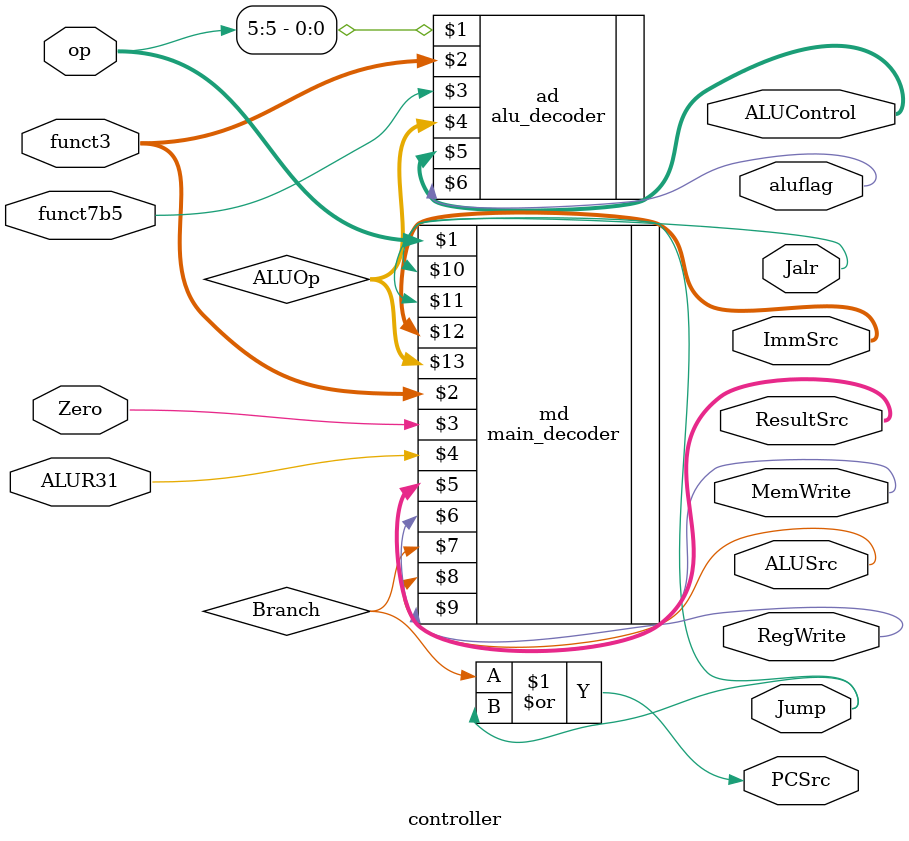
<source format=v>


module controller (
    input [6:0]  op,
    input [2:0]  funct3,
    input        funct7b5,
    input        Zero, ALUR31,
    output       [1:0] ResultSrc,
    output       MemWrite,
    output       PCSrc, ALUSrc,
    output       RegWrite, Jump, Jalr,
    output [1:0] ImmSrc,
    output [2:0] ALUControl,
	 output		  aluflag
);

wire [1:0] ALUOp;
wire       Branch;

main_decoder    md (op, funct3, Zero, ALUR31, ResultSrc, MemWrite, Branch,
                    ALUSrc, RegWrite, Jump, Jalr, ImmSrc, ALUOp);

alu_decoder     ad (op[5], funct3, funct7b5, ALUOp, ALUControl,aluflag);

// for jump and branch
assign PCSrc = (Branch) | Jump;

endmodule


</source>
